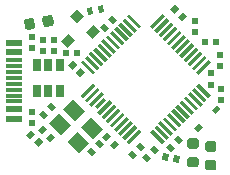
<source format=gtp>
G04 #@! TF.GenerationSoftware,KiCad,Pcbnew,5.1.5-52549c5~84~ubuntu19.10.1*
G04 #@! TF.CreationDate,2020-04-02T17:39:07+02:00*
G04 #@! TF.ProjectId,JEGGER_s-link,4a454747-4552-45f7-932d-6c696e6b2e6b,rev?*
G04 #@! TF.SameCoordinates,Original*
G04 #@! TF.FileFunction,Paste,Top*
G04 #@! TF.FilePolarity,Positive*
%FSLAX46Y46*%
G04 Gerber Fmt 4.6, Leading zero omitted, Abs format (unit mm)*
G04 Created by KiCad (PCBNEW 5.1.5-52549c5~84~ubuntu19.10.1) date 2020-04-02 17:39:07*
%MOMM*%
%LPD*%
G04 APERTURE LIST*
%ADD10C,0.100000*%
%ADD11R,0.500000X0.600000*%
%ADD12R,0.600000X0.500000*%
%ADD13R,1.450000X0.600000*%
%ADD14R,1.450000X0.300000*%
%ADD15R,0.650000X1.060000*%
G04 APERTURE END LIST*
D10*
G36*
X120863431Y-94627695D02*
G01*
X121287695Y-94203431D01*
X121641249Y-94556985D01*
X121216985Y-94981249D01*
X120863431Y-94627695D01*
G37*
G36*
X120198751Y-93963015D02*
G01*
X120623015Y-93538751D01*
X120976569Y-93892305D01*
X120552305Y-94316569D01*
X120198751Y-93963015D01*
G37*
D11*
X123170000Y-96730000D03*
X124110000Y-96730000D03*
D12*
X122360000Y-94950000D03*
X122360000Y-95890000D03*
D13*
X107000000Y-97600000D03*
X107000000Y-102400000D03*
X107000000Y-103200000D03*
X107000000Y-96800000D03*
X107000000Y-103200000D03*
X107000000Y-102400000D03*
D14*
X107000000Y-101750000D03*
X107000000Y-101250000D03*
X107000000Y-100750000D03*
X107000000Y-100250000D03*
X107000000Y-99750000D03*
X107000000Y-99250000D03*
X107000000Y-98750000D03*
X107000000Y-98250000D03*
D13*
X107000000Y-97600000D03*
X107000000Y-96800000D03*
D10*
G36*
X113677549Y-99478769D02*
G01*
X112634567Y-98435787D01*
X112846699Y-98223655D01*
X113889681Y-99266637D01*
X113677549Y-99478769D01*
G37*
G36*
X114031103Y-99125215D02*
G01*
X112988121Y-98082233D01*
X113200253Y-97870101D01*
X114243235Y-98913083D01*
X114031103Y-99125215D01*
G37*
G36*
X114384656Y-98771662D02*
G01*
X113341674Y-97728680D01*
X113553806Y-97516548D01*
X114596788Y-98559530D01*
X114384656Y-98771662D01*
G37*
G36*
X114738210Y-98418108D02*
G01*
X113695228Y-97375126D01*
X113907360Y-97162994D01*
X114950342Y-98205976D01*
X114738210Y-98418108D01*
G37*
G36*
X115091763Y-98064555D02*
G01*
X114048781Y-97021573D01*
X114260913Y-96809441D01*
X115303895Y-97852423D01*
X115091763Y-98064555D01*
G37*
G36*
X115445316Y-97711002D02*
G01*
X114402334Y-96668020D01*
X114614466Y-96455888D01*
X115657448Y-97498870D01*
X115445316Y-97711002D01*
G37*
G36*
X115798870Y-97357448D02*
G01*
X114755888Y-96314466D01*
X114968020Y-96102334D01*
X116011002Y-97145316D01*
X115798870Y-97357448D01*
G37*
G36*
X116152423Y-97003895D02*
G01*
X115109441Y-95960913D01*
X115321573Y-95748781D01*
X116364555Y-96791763D01*
X116152423Y-97003895D01*
G37*
G36*
X116505976Y-96650342D02*
G01*
X115462994Y-95607360D01*
X115675126Y-95395228D01*
X116718108Y-96438210D01*
X116505976Y-96650342D01*
G37*
G36*
X116859530Y-96296788D02*
G01*
X115816548Y-95253806D01*
X116028680Y-95041674D01*
X117071662Y-96084656D01*
X116859530Y-96296788D01*
G37*
G36*
X117213083Y-95943235D02*
G01*
X116170101Y-94900253D01*
X116382233Y-94688121D01*
X117425215Y-95731103D01*
X117213083Y-95943235D01*
G37*
G36*
X117566637Y-95589681D02*
G01*
X116523655Y-94546699D01*
X116735787Y-94334567D01*
X117778769Y-95377549D01*
X117566637Y-95589681D01*
G37*
G36*
X118733363Y-95589681D02*
G01*
X118521231Y-95377549D01*
X119564213Y-94334567D01*
X119776345Y-94546699D01*
X118733363Y-95589681D01*
G37*
G36*
X119086917Y-95943235D02*
G01*
X118874785Y-95731103D01*
X119917767Y-94688121D01*
X120129899Y-94900253D01*
X119086917Y-95943235D01*
G37*
G36*
X119440470Y-96296788D02*
G01*
X119228338Y-96084656D01*
X120271320Y-95041674D01*
X120483452Y-95253806D01*
X119440470Y-96296788D01*
G37*
G36*
X119794024Y-96650342D02*
G01*
X119581892Y-96438210D01*
X120624874Y-95395228D01*
X120837006Y-95607360D01*
X119794024Y-96650342D01*
G37*
G36*
X120147577Y-97003895D02*
G01*
X119935445Y-96791763D01*
X120978427Y-95748781D01*
X121190559Y-95960913D01*
X120147577Y-97003895D01*
G37*
G36*
X120501130Y-97357448D02*
G01*
X120288998Y-97145316D01*
X121331980Y-96102334D01*
X121544112Y-96314466D01*
X120501130Y-97357448D01*
G37*
G36*
X120854684Y-97711002D02*
G01*
X120642552Y-97498870D01*
X121685534Y-96455888D01*
X121897666Y-96668020D01*
X120854684Y-97711002D01*
G37*
G36*
X121208237Y-98064555D02*
G01*
X120996105Y-97852423D01*
X122039087Y-96809441D01*
X122251219Y-97021573D01*
X121208237Y-98064555D01*
G37*
G36*
X121561790Y-98418108D02*
G01*
X121349658Y-98205976D01*
X122392640Y-97162994D01*
X122604772Y-97375126D01*
X121561790Y-98418108D01*
G37*
G36*
X121915344Y-98771662D02*
G01*
X121703212Y-98559530D01*
X122746194Y-97516548D01*
X122958326Y-97728680D01*
X121915344Y-98771662D01*
G37*
G36*
X122268897Y-99125215D02*
G01*
X122056765Y-98913083D01*
X123099747Y-97870101D01*
X123311879Y-98082233D01*
X122268897Y-99125215D01*
G37*
G36*
X122622451Y-99478769D02*
G01*
X122410319Y-99266637D01*
X123453301Y-98223655D01*
X123665433Y-98435787D01*
X122622451Y-99478769D01*
G37*
G36*
X123453301Y-101476345D02*
G01*
X122410319Y-100433363D01*
X122622451Y-100221231D01*
X123665433Y-101264213D01*
X123453301Y-101476345D01*
G37*
G36*
X123099747Y-101829899D02*
G01*
X122056765Y-100786917D01*
X122268897Y-100574785D01*
X123311879Y-101617767D01*
X123099747Y-101829899D01*
G37*
G36*
X122746194Y-102183452D02*
G01*
X121703212Y-101140470D01*
X121915344Y-100928338D01*
X122958326Y-101971320D01*
X122746194Y-102183452D01*
G37*
G36*
X122392640Y-102537006D02*
G01*
X121349658Y-101494024D01*
X121561790Y-101281892D01*
X122604772Y-102324874D01*
X122392640Y-102537006D01*
G37*
G36*
X122039087Y-102890559D02*
G01*
X120996105Y-101847577D01*
X121208237Y-101635445D01*
X122251219Y-102678427D01*
X122039087Y-102890559D01*
G37*
G36*
X121685534Y-103244112D02*
G01*
X120642552Y-102201130D01*
X120854684Y-101988998D01*
X121897666Y-103031980D01*
X121685534Y-103244112D01*
G37*
G36*
X121331980Y-103597666D02*
G01*
X120288998Y-102554684D01*
X120501130Y-102342552D01*
X121544112Y-103385534D01*
X121331980Y-103597666D01*
G37*
G36*
X120978427Y-103951219D02*
G01*
X119935445Y-102908237D01*
X120147577Y-102696105D01*
X121190559Y-103739087D01*
X120978427Y-103951219D01*
G37*
G36*
X120624874Y-104304772D02*
G01*
X119581892Y-103261790D01*
X119794024Y-103049658D01*
X120837006Y-104092640D01*
X120624874Y-104304772D01*
G37*
G36*
X120271320Y-104658326D02*
G01*
X119228338Y-103615344D01*
X119440470Y-103403212D01*
X120483452Y-104446194D01*
X120271320Y-104658326D01*
G37*
G36*
X119917767Y-105011879D02*
G01*
X118874785Y-103968897D01*
X119086917Y-103756765D01*
X120129899Y-104799747D01*
X119917767Y-105011879D01*
G37*
G36*
X119564213Y-105365433D02*
G01*
X118521231Y-104322451D01*
X118733363Y-104110319D01*
X119776345Y-105153301D01*
X119564213Y-105365433D01*
G37*
G36*
X116735787Y-105365433D02*
G01*
X116523655Y-105153301D01*
X117566637Y-104110319D01*
X117778769Y-104322451D01*
X116735787Y-105365433D01*
G37*
G36*
X116382233Y-105011879D02*
G01*
X116170101Y-104799747D01*
X117213083Y-103756765D01*
X117425215Y-103968897D01*
X116382233Y-105011879D01*
G37*
G36*
X116028680Y-104658326D02*
G01*
X115816548Y-104446194D01*
X116859530Y-103403212D01*
X117071662Y-103615344D01*
X116028680Y-104658326D01*
G37*
G36*
X115675126Y-104304772D02*
G01*
X115462994Y-104092640D01*
X116505976Y-103049658D01*
X116718108Y-103261790D01*
X115675126Y-104304772D01*
G37*
G36*
X115321573Y-103951219D02*
G01*
X115109441Y-103739087D01*
X116152423Y-102696105D01*
X116364555Y-102908237D01*
X115321573Y-103951219D01*
G37*
G36*
X114968020Y-103597666D02*
G01*
X114755888Y-103385534D01*
X115798870Y-102342552D01*
X116011002Y-102554684D01*
X114968020Y-103597666D01*
G37*
G36*
X114614466Y-103244112D02*
G01*
X114402334Y-103031980D01*
X115445316Y-101988998D01*
X115657448Y-102201130D01*
X114614466Y-103244112D01*
G37*
G36*
X114260913Y-102890559D02*
G01*
X114048781Y-102678427D01*
X115091763Y-101635445D01*
X115303895Y-101847577D01*
X114260913Y-102890559D01*
G37*
G36*
X114075298Y-102369068D02*
G01*
X113863166Y-102156936D01*
X114570272Y-101449830D01*
X114782404Y-101661962D01*
X114075298Y-102369068D01*
G37*
G36*
X113553806Y-102183452D02*
G01*
X113341674Y-101971320D01*
X114384656Y-100928338D01*
X114596788Y-101140470D01*
X113553806Y-102183452D01*
G37*
G36*
X113200253Y-101829899D02*
G01*
X112988121Y-101617767D01*
X114031103Y-100574785D01*
X114243235Y-100786917D01*
X113200253Y-101829899D01*
G37*
G36*
X112846699Y-101476345D02*
G01*
X112634567Y-101264213D01*
X113677549Y-100221231D01*
X113889681Y-100433363D01*
X112846699Y-101476345D01*
G37*
G36*
X114161926Y-94283657D02*
G01*
X114073240Y-93690248D01*
X114567748Y-93616343D01*
X114656434Y-94209752D01*
X114161926Y-94283657D01*
G37*
G36*
X113232252Y-94422597D02*
G01*
X113143566Y-93829188D01*
X113638074Y-93755283D01*
X113726760Y-94348692D01*
X113232252Y-94422597D01*
G37*
D11*
X112320000Y-97650000D03*
X111380000Y-97650000D03*
D10*
G36*
X111628248Y-96006066D02*
G01*
X112193934Y-96571752D01*
X111557538Y-97208148D01*
X110991852Y-96642462D01*
X111628248Y-96006066D01*
G37*
G36*
X112370710Y-93920101D02*
G01*
X112936396Y-94485787D01*
X112300000Y-95122183D01*
X111734314Y-94556497D01*
X112370710Y-93920101D01*
G37*
G36*
X113714213Y-95263604D02*
G01*
X114279899Y-95829290D01*
X113643503Y-96465686D01*
X113077817Y-95900000D01*
X113714213Y-95263604D01*
G37*
G36*
X118182305Y-106093431D02*
G01*
X118606569Y-106517695D01*
X118253015Y-106871249D01*
X117828751Y-106446985D01*
X118182305Y-106093431D01*
G37*
G36*
X118846985Y-105428751D02*
G01*
X119271249Y-105853015D01*
X118917695Y-106206569D01*
X118493431Y-105782305D01*
X118846985Y-105428751D01*
G37*
G36*
X120232305Y-105243431D02*
G01*
X120656569Y-105667695D01*
X120303015Y-106021249D01*
X119878751Y-105596985D01*
X120232305Y-105243431D01*
G37*
G36*
X120896985Y-104578751D02*
G01*
X121321249Y-105003015D01*
X120967695Y-105356569D01*
X120543431Y-104932305D01*
X120896985Y-104578751D01*
G37*
G36*
X115367695Y-95206569D02*
G01*
X114943431Y-94782305D01*
X115296985Y-94428751D01*
X115721249Y-94853015D01*
X115367695Y-95206569D01*
G37*
G36*
X114703015Y-95871249D02*
G01*
X114278751Y-95446985D01*
X114632305Y-95093431D01*
X115056569Y-95517695D01*
X114703015Y-95871249D01*
G37*
G36*
X108806569Y-104482305D02*
G01*
X108382305Y-104906569D01*
X108028751Y-104553015D01*
X108453015Y-104128751D01*
X108806569Y-104482305D01*
G37*
G36*
X109471249Y-105146985D02*
G01*
X109046985Y-105571249D01*
X108693431Y-105217695D01*
X109117695Y-104793431D01*
X109471249Y-105146985D01*
G37*
G36*
X109806569Y-104082305D02*
G01*
X109382305Y-104506569D01*
X109028751Y-104153015D01*
X109453015Y-103728751D01*
X109806569Y-104082305D01*
G37*
G36*
X110471249Y-104746985D02*
G01*
X110046985Y-105171249D01*
X109693431Y-104817695D01*
X110117695Y-104393431D01*
X110471249Y-104746985D01*
G37*
D12*
X124450000Y-98720000D03*
X124450000Y-97780000D03*
D10*
G36*
X120126760Y-106220778D02*
G01*
X120038074Y-106814187D01*
X119543566Y-106740282D01*
X119632252Y-106146873D01*
X120126760Y-106220778D01*
G37*
G36*
X121056434Y-106359718D02*
G01*
X120967748Y-106953127D01*
X120473240Y-106879222D01*
X120561926Y-106285813D01*
X121056434Y-106359718D01*
G37*
D12*
X124500000Y-101620000D03*
X124500000Y-100680000D03*
D10*
G36*
X123927691Y-105126054D02*
G01*
X123948926Y-105129204D01*
X123969750Y-105134420D01*
X123989962Y-105141652D01*
X124009368Y-105150831D01*
X124027781Y-105161867D01*
X124045024Y-105174655D01*
X124060930Y-105189071D01*
X124075346Y-105204977D01*
X124088134Y-105222220D01*
X124099170Y-105240633D01*
X124108349Y-105260039D01*
X124115581Y-105280251D01*
X124120797Y-105301075D01*
X124123947Y-105322310D01*
X124125000Y-105343751D01*
X124125000Y-105781251D01*
X124123947Y-105802692D01*
X124120797Y-105823927D01*
X124115581Y-105844751D01*
X124108349Y-105864963D01*
X124099170Y-105884369D01*
X124088134Y-105902782D01*
X124075346Y-105920025D01*
X124060930Y-105935931D01*
X124045024Y-105950347D01*
X124027781Y-105963135D01*
X124009368Y-105974171D01*
X123989962Y-105983350D01*
X123969750Y-105990582D01*
X123948926Y-105995798D01*
X123927691Y-105998948D01*
X123906250Y-106000001D01*
X123393750Y-106000001D01*
X123372309Y-105998948D01*
X123351074Y-105995798D01*
X123330250Y-105990582D01*
X123310038Y-105983350D01*
X123290632Y-105974171D01*
X123272219Y-105963135D01*
X123254976Y-105950347D01*
X123239070Y-105935931D01*
X123224654Y-105920025D01*
X123211866Y-105902782D01*
X123200830Y-105884369D01*
X123191651Y-105864963D01*
X123184419Y-105844751D01*
X123179203Y-105823927D01*
X123176053Y-105802692D01*
X123175000Y-105781251D01*
X123175000Y-105343751D01*
X123176053Y-105322310D01*
X123179203Y-105301075D01*
X123184419Y-105280251D01*
X123191651Y-105260039D01*
X123200830Y-105240633D01*
X123211866Y-105222220D01*
X123224654Y-105204977D01*
X123239070Y-105189071D01*
X123254976Y-105174655D01*
X123272219Y-105161867D01*
X123290632Y-105150831D01*
X123310038Y-105141652D01*
X123330250Y-105134420D01*
X123351074Y-105129204D01*
X123372309Y-105126054D01*
X123393750Y-105125001D01*
X123906250Y-105125001D01*
X123927691Y-105126054D01*
G37*
G36*
X123927691Y-106701054D02*
G01*
X123948926Y-106704204D01*
X123969750Y-106709420D01*
X123989962Y-106716652D01*
X124009368Y-106725831D01*
X124027781Y-106736867D01*
X124045024Y-106749655D01*
X124060930Y-106764071D01*
X124075346Y-106779977D01*
X124088134Y-106797220D01*
X124099170Y-106815633D01*
X124108349Y-106835039D01*
X124115581Y-106855251D01*
X124120797Y-106876075D01*
X124123947Y-106897310D01*
X124125000Y-106918751D01*
X124125000Y-107356251D01*
X124123947Y-107377692D01*
X124120797Y-107398927D01*
X124115581Y-107419751D01*
X124108349Y-107439963D01*
X124099170Y-107459369D01*
X124088134Y-107477782D01*
X124075346Y-107495025D01*
X124060930Y-107510931D01*
X124045024Y-107525347D01*
X124027781Y-107538135D01*
X124009368Y-107549171D01*
X123989962Y-107558350D01*
X123969750Y-107565582D01*
X123948926Y-107570798D01*
X123927691Y-107573948D01*
X123906250Y-107575001D01*
X123393750Y-107575001D01*
X123372309Y-107573948D01*
X123351074Y-107570798D01*
X123330250Y-107565582D01*
X123310038Y-107558350D01*
X123290632Y-107549171D01*
X123272219Y-107538135D01*
X123254976Y-107525347D01*
X123239070Y-107510931D01*
X123224654Y-107495025D01*
X123211866Y-107477782D01*
X123200830Y-107459369D01*
X123191651Y-107439963D01*
X123184419Y-107419751D01*
X123179203Y-107398927D01*
X123176053Y-107377692D01*
X123175000Y-107356251D01*
X123175000Y-106918751D01*
X123176053Y-106897310D01*
X123179203Y-106876075D01*
X123184419Y-106855251D01*
X123191651Y-106835039D01*
X123200830Y-106815633D01*
X123211866Y-106797220D01*
X123224654Y-106779977D01*
X123239070Y-106764071D01*
X123254976Y-106749655D01*
X123272219Y-106736867D01*
X123290632Y-106725831D01*
X123310038Y-106716652D01*
X123330250Y-106709420D01*
X123351074Y-106704204D01*
X123372309Y-106701054D01*
X123393750Y-106700001D01*
X123906250Y-106700001D01*
X123927691Y-106701054D01*
G37*
G36*
X122427691Y-104876053D02*
G01*
X122448926Y-104879203D01*
X122469750Y-104884419D01*
X122489962Y-104891651D01*
X122509368Y-104900830D01*
X122527781Y-104911866D01*
X122545024Y-104924654D01*
X122560930Y-104939070D01*
X122575346Y-104954976D01*
X122588134Y-104972219D01*
X122599170Y-104990632D01*
X122608349Y-105010038D01*
X122615581Y-105030250D01*
X122620797Y-105051074D01*
X122623947Y-105072309D01*
X122625000Y-105093750D01*
X122625000Y-105531250D01*
X122623947Y-105552691D01*
X122620797Y-105573926D01*
X122615581Y-105594750D01*
X122608349Y-105614962D01*
X122599170Y-105634368D01*
X122588134Y-105652781D01*
X122575346Y-105670024D01*
X122560930Y-105685930D01*
X122545024Y-105700346D01*
X122527781Y-105713134D01*
X122509368Y-105724170D01*
X122489962Y-105733349D01*
X122469750Y-105740581D01*
X122448926Y-105745797D01*
X122427691Y-105748947D01*
X122406250Y-105750000D01*
X121893750Y-105750000D01*
X121872309Y-105748947D01*
X121851074Y-105745797D01*
X121830250Y-105740581D01*
X121810038Y-105733349D01*
X121790632Y-105724170D01*
X121772219Y-105713134D01*
X121754976Y-105700346D01*
X121739070Y-105685930D01*
X121724654Y-105670024D01*
X121711866Y-105652781D01*
X121700830Y-105634368D01*
X121691651Y-105614962D01*
X121684419Y-105594750D01*
X121679203Y-105573926D01*
X121676053Y-105552691D01*
X121675000Y-105531250D01*
X121675000Y-105093750D01*
X121676053Y-105072309D01*
X121679203Y-105051074D01*
X121684419Y-105030250D01*
X121691651Y-105010038D01*
X121700830Y-104990632D01*
X121711866Y-104972219D01*
X121724654Y-104954976D01*
X121739070Y-104939070D01*
X121754976Y-104924654D01*
X121772219Y-104911866D01*
X121790632Y-104900830D01*
X121810038Y-104891651D01*
X121830250Y-104884419D01*
X121851074Y-104879203D01*
X121872309Y-104876053D01*
X121893750Y-104875000D01*
X122406250Y-104875000D01*
X122427691Y-104876053D01*
G37*
G36*
X122427691Y-106451053D02*
G01*
X122448926Y-106454203D01*
X122469750Y-106459419D01*
X122489962Y-106466651D01*
X122509368Y-106475830D01*
X122527781Y-106486866D01*
X122545024Y-106499654D01*
X122560930Y-106514070D01*
X122575346Y-106529976D01*
X122588134Y-106547219D01*
X122599170Y-106565632D01*
X122608349Y-106585038D01*
X122615581Y-106605250D01*
X122620797Y-106626074D01*
X122623947Y-106647309D01*
X122625000Y-106668750D01*
X122625000Y-107106250D01*
X122623947Y-107127691D01*
X122620797Y-107148926D01*
X122615581Y-107169750D01*
X122608349Y-107189962D01*
X122599170Y-107209368D01*
X122588134Y-107227781D01*
X122575346Y-107245024D01*
X122560930Y-107260930D01*
X122545024Y-107275346D01*
X122527781Y-107288134D01*
X122509368Y-107299170D01*
X122489962Y-107308349D01*
X122469750Y-107315581D01*
X122448926Y-107320797D01*
X122427691Y-107323947D01*
X122406250Y-107325000D01*
X121893750Y-107325000D01*
X121872309Y-107323947D01*
X121851074Y-107320797D01*
X121830250Y-107315581D01*
X121810038Y-107308349D01*
X121790632Y-107299170D01*
X121772219Y-107288134D01*
X121754976Y-107275346D01*
X121739070Y-107260930D01*
X121724654Y-107245024D01*
X121711866Y-107227781D01*
X121700830Y-107209368D01*
X121691651Y-107189962D01*
X121684419Y-107169750D01*
X121679203Y-107148926D01*
X121676053Y-107127691D01*
X121675000Y-107106250D01*
X121675000Y-106668750D01*
X121676053Y-106647309D01*
X121679203Y-106626074D01*
X121684419Y-106605250D01*
X121691651Y-106585038D01*
X121700830Y-106565632D01*
X121711866Y-106547219D01*
X121724654Y-106529976D01*
X121739070Y-106514070D01*
X121754976Y-106499654D01*
X121772219Y-106486866D01*
X121790632Y-106475830D01*
X121810038Y-106466651D01*
X121830250Y-106459419D01*
X121851074Y-106454203D01*
X121872309Y-106451053D01*
X121893750Y-106450000D01*
X122406250Y-106450000D01*
X122427691Y-106451053D01*
G37*
G36*
X124039429Y-102828769D02*
G01*
X123721231Y-102510571D01*
X124145495Y-102086307D01*
X124463693Y-102404505D01*
X124039429Y-102828769D01*
G37*
G36*
X122554505Y-104313693D02*
G01*
X122236307Y-103995495D01*
X122660571Y-103571231D01*
X122978769Y-103889429D01*
X122554505Y-104313693D01*
G37*
D12*
X123700000Y-99380000D03*
X123700000Y-100320000D03*
D10*
G36*
X112306569Y-98632305D02*
G01*
X111882305Y-99056569D01*
X111528751Y-98703015D01*
X111953015Y-98278751D01*
X112306569Y-98632305D01*
G37*
G36*
X112971249Y-99296985D02*
G01*
X112546985Y-99721249D01*
X112193431Y-99367695D01*
X112617695Y-98943431D01*
X112971249Y-99296985D01*
G37*
G36*
X116982305Y-105843431D02*
G01*
X117406569Y-106267695D01*
X117053015Y-106621249D01*
X116628751Y-106196985D01*
X116982305Y-105843431D01*
G37*
G36*
X117646985Y-105178751D02*
G01*
X118071249Y-105603015D01*
X117717695Y-105956569D01*
X117293431Y-105532305D01*
X117646985Y-105178751D01*
G37*
G36*
X111153984Y-102400431D02*
G01*
X112002512Y-101551903D01*
X112992462Y-102541853D01*
X112143934Y-103390381D01*
X111153984Y-102400431D01*
G37*
G36*
X112709619Y-103956066D02*
G01*
X113558147Y-103107538D01*
X114548097Y-104097488D01*
X113699569Y-104946016D01*
X112709619Y-103956066D01*
G37*
G36*
X111507538Y-105158147D02*
G01*
X112356066Y-104309619D01*
X113346016Y-105299569D01*
X112497488Y-106148097D01*
X111507538Y-105158147D01*
G37*
G36*
X109951903Y-103602512D02*
G01*
X110800431Y-102753984D01*
X111790381Y-103743934D01*
X110941853Y-104592462D01*
X109951903Y-103602512D01*
G37*
D15*
X109900000Y-98700000D03*
X108950000Y-98700000D03*
X110850000Y-98700000D03*
X110850000Y-100900000D03*
X109900000Y-100900000D03*
X108950000Y-100900000D03*
D12*
X108500000Y-97220000D03*
X108500000Y-96280000D03*
X108500000Y-102630000D03*
X108500000Y-103570000D03*
X109450000Y-97520000D03*
X109450000Y-96580000D03*
D10*
G36*
X110089182Y-94431414D02*
G01*
X110110241Y-94435579D01*
X110130791Y-94441788D01*
X110150633Y-94449981D01*
X110169576Y-94460080D01*
X110187438Y-94471987D01*
X110204047Y-94485588D01*
X110219244Y-94500751D01*
X110232880Y-94517330D01*
X110244826Y-94535166D01*
X110254966Y-94554087D01*
X110263203Y-94573912D01*
X110269457Y-94594447D01*
X110273668Y-94615498D01*
X110349420Y-95122369D01*
X110351548Y-95143730D01*
X110351571Y-95165197D01*
X110349490Y-95186563D01*
X110345325Y-95207623D01*
X110339116Y-95228172D01*
X110330922Y-95248014D01*
X110320824Y-95266957D01*
X110308917Y-95284820D01*
X110295316Y-95301429D01*
X110280153Y-95316625D01*
X110263574Y-95330261D01*
X110245737Y-95342207D01*
X110226816Y-95352348D01*
X110206992Y-95360584D01*
X110186456Y-95366838D01*
X110165407Y-95371049D01*
X109732713Y-95435716D01*
X109711351Y-95437844D01*
X109689884Y-95437867D01*
X109668518Y-95435786D01*
X109647459Y-95431621D01*
X109626909Y-95425412D01*
X109607067Y-95417219D01*
X109588124Y-95407120D01*
X109570262Y-95395213D01*
X109553653Y-95381612D01*
X109538456Y-95366449D01*
X109524820Y-95349870D01*
X109512874Y-95332034D01*
X109502734Y-95313113D01*
X109494497Y-95293288D01*
X109488243Y-95272753D01*
X109484032Y-95251702D01*
X109408280Y-94744831D01*
X109406152Y-94723470D01*
X109406129Y-94702003D01*
X109408210Y-94680637D01*
X109412375Y-94659577D01*
X109418584Y-94639028D01*
X109426778Y-94619186D01*
X109436876Y-94600243D01*
X109448783Y-94582380D01*
X109462384Y-94565771D01*
X109477547Y-94550575D01*
X109494126Y-94536939D01*
X109511963Y-94524993D01*
X109530884Y-94514852D01*
X109550708Y-94506616D01*
X109571244Y-94500362D01*
X109592293Y-94496151D01*
X110024987Y-94431484D01*
X110046349Y-94429356D01*
X110067816Y-94429333D01*
X110089182Y-94431414D01*
G37*
G36*
X108531482Y-94664214D02*
G01*
X108552541Y-94668379D01*
X108573091Y-94674588D01*
X108592933Y-94682781D01*
X108611876Y-94692880D01*
X108629738Y-94704787D01*
X108646347Y-94718388D01*
X108661544Y-94733551D01*
X108675180Y-94750130D01*
X108687126Y-94767966D01*
X108697266Y-94786887D01*
X108705503Y-94806712D01*
X108711757Y-94827247D01*
X108715968Y-94848298D01*
X108791720Y-95355169D01*
X108793848Y-95376530D01*
X108793871Y-95397997D01*
X108791790Y-95419363D01*
X108787625Y-95440423D01*
X108781416Y-95460972D01*
X108773222Y-95480814D01*
X108763124Y-95499757D01*
X108751217Y-95517620D01*
X108737616Y-95534229D01*
X108722453Y-95549425D01*
X108705874Y-95563061D01*
X108688037Y-95575007D01*
X108669116Y-95585148D01*
X108649292Y-95593384D01*
X108628756Y-95599638D01*
X108607707Y-95603849D01*
X108175013Y-95668516D01*
X108153651Y-95670644D01*
X108132184Y-95670667D01*
X108110818Y-95668586D01*
X108089759Y-95664421D01*
X108069209Y-95658212D01*
X108049367Y-95650019D01*
X108030424Y-95639920D01*
X108012562Y-95628013D01*
X107995953Y-95614412D01*
X107980756Y-95599249D01*
X107967120Y-95582670D01*
X107955174Y-95564834D01*
X107945034Y-95545913D01*
X107936797Y-95526088D01*
X107930543Y-95505553D01*
X107926332Y-95484502D01*
X107850580Y-94977631D01*
X107848452Y-94956270D01*
X107848429Y-94934803D01*
X107850510Y-94913437D01*
X107854675Y-94892377D01*
X107860884Y-94871828D01*
X107869078Y-94851986D01*
X107879176Y-94833043D01*
X107891083Y-94815180D01*
X107904684Y-94798571D01*
X107919847Y-94783375D01*
X107936426Y-94769739D01*
X107954263Y-94757793D01*
X107973184Y-94747652D01*
X107993008Y-94739416D01*
X108013544Y-94733162D01*
X108034593Y-94728951D01*
X108467287Y-94664284D01*
X108488649Y-94662156D01*
X108510116Y-94662133D01*
X108531482Y-94664214D01*
G37*
G36*
X113532305Y-105593431D02*
G01*
X113956569Y-106017695D01*
X113603015Y-106371249D01*
X113178751Y-105946985D01*
X113532305Y-105593431D01*
G37*
G36*
X114196985Y-104928751D02*
G01*
X114621249Y-105353015D01*
X114267695Y-105706569D01*
X113843431Y-105282305D01*
X114196985Y-104928751D01*
G37*
G36*
X109482305Y-102443431D02*
G01*
X109906569Y-102867695D01*
X109553015Y-103221249D01*
X109128751Y-102796985D01*
X109482305Y-102443431D01*
G37*
G36*
X110146985Y-101778751D02*
G01*
X110571249Y-102203015D01*
X110217695Y-102556569D01*
X109793431Y-102132305D01*
X110146985Y-101778751D01*
G37*
G36*
X115206569Y-104682305D02*
G01*
X114782305Y-105106569D01*
X114428751Y-104753015D01*
X114853015Y-104328751D01*
X115206569Y-104682305D01*
G37*
G36*
X115871249Y-105346985D02*
G01*
X115446985Y-105771249D01*
X115093431Y-105417695D01*
X115517695Y-104993431D01*
X115871249Y-105346985D01*
G37*
D12*
X110350000Y-96580000D03*
X110350000Y-97520000D03*
M02*

</source>
